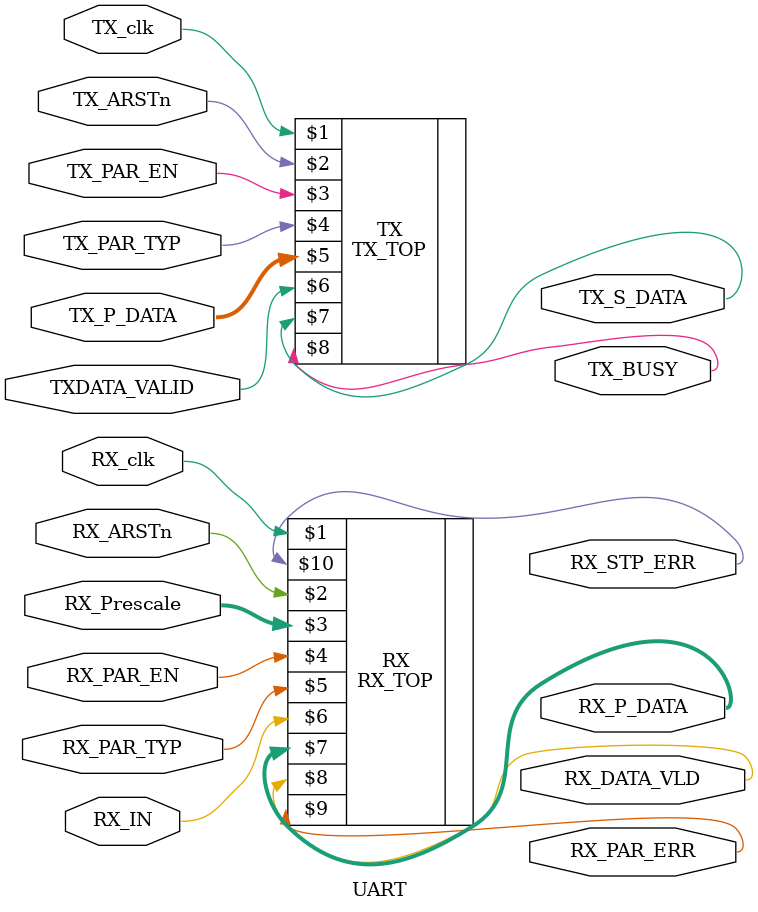
<source format=v>
module UART  #(parameter DATA_WIDTH=8)
(
	input TX_clk,
	input RX_clk,    // Clock
	input TX_ARSTn,  // Asynchronous reset active low
	input RX_ARSTn,
//TX_PORTS
	input        TX_PAR_EN,
	input        TX_PAR_TYP,
	input  [DATA_WIDTH-1:0] TX_P_DATA,
	input        TXDATA_VALID,
	output       TX_S_DATA,
	output       TX_BUSY,
//RX_PORTS
  input   [5:0] RX_Prescale,
	input         RX_PAR_EN,
	input         RX_PAR_TYP,
	input         RX_IN,
	output  [DATA_WIDTH-1:0] RX_P_DATA,
	output        RX_DATA_VLD,
	output        RX_PAR_ERR,
	output        RX_STP_ERR
);


TX_TOP #(.DATA_WIDTH(DATA_WIDTH)) TX (
  TX_clk,    // Clock
  TX_ARSTn,  // Asynchronous reset active low
//TX_PORTS
  TX_PAR_EN,
  TX_PAR_TYP,
  TX_P_DATA,
  TXDATA_VALID,
  TX_S_DATA,
  TX_BUSY
);


RX_TOP RX (
 RX_clk,    // Clock
 RX_ARSTn,  // Asynchronous reset active low
//RX_PORTS
	RX_Prescale,
  RX_PAR_EN,
  RX_PAR_TYP,
  RX_IN,
  RX_P_DATA,
  RX_DATA_VLD,
  RX_PAR_ERR,
  RX_STP_ERR
);
endmodule
</source>
